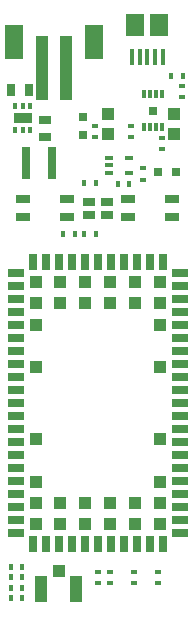
<source format=gtp>
G75*
%MOIN*%
%OFA0B0*%
%FSLAX25Y25*%
%IPPOS*%
%LPD*%
%AMOC8*
5,1,8,0,0,1.08239X$1,22.5*
%
%ADD10R,0.01575X0.05315*%
%ADD11R,0.05906X0.07480*%
%ADD12R,0.04921X0.02559*%
%ADD13R,0.01800X0.02400*%
%ADD14R,0.03937X0.04134*%
%ADD15R,0.04134X0.08661*%
%ADD16R,0.02400X0.01800*%
%ADD17R,0.02756X0.05512*%
%ADD18R,0.05512X0.02756*%
%ADD19R,0.03937X0.03937*%
%ADD20R,0.03937X0.03150*%
%ADD21R,0.06299X0.11811*%
%ADD22R,0.03937X0.21654*%
%ADD23R,0.03150X0.03150*%
%ADD24R,0.02800X0.04100*%
%ADD25R,0.04100X0.02800*%
%ADD26R,0.01181X0.03150*%
%ADD27R,0.02600X0.02600*%
%ADD28R,0.03937X0.04331*%
%ADD29R,0.06299X0.03543*%
%ADD30R,0.01181X0.02362*%
%ADD31R,0.03150X0.10630*%
%ADD32R,0.02756X0.01575*%
D10*
X0089045Y0189655D03*
X0091604Y0189655D03*
X0094163Y0189655D03*
X0096723Y0189655D03*
X0099282Y0189655D03*
D11*
X0098100Y0200186D03*
X0090226Y0200147D03*
D12*
X0087782Y0142238D03*
X0087782Y0136135D03*
X0102545Y0136135D03*
X0102545Y0142238D03*
X0067545Y0142238D03*
X0067545Y0136135D03*
X0052782Y0136135D03*
X0052782Y0142238D03*
D13*
X0048763Y0009186D03*
X0048763Y0012686D03*
X0052563Y0012686D03*
X0052563Y0009186D03*
X0052563Y0016186D03*
X0048763Y0016186D03*
X0048763Y0019686D03*
X0052563Y0019686D03*
X0066263Y0130686D03*
X0070063Y0130686D03*
X0073263Y0130686D03*
X0077063Y0130686D03*
X0077063Y0147686D03*
X0073263Y0147686D03*
X0084363Y0147386D03*
X0088163Y0147386D03*
X0102163Y0183186D03*
X0105963Y0183186D03*
D14*
X0064663Y0018200D03*
D15*
X0058856Y0012186D03*
X0070471Y0012186D03*
D16*
X0077663Y0014286D03*
X0081663Y0014286D03*
X0089663Y0014286D03*
X0089663Y0018086D03*
X0081663Y0018086D03*
X0077663Y0018086D03*
X0097663Y0018086D03*
X0097663Y0014286D03*
X0092663Y0148686D03*
X0092663Y0152486D03*
X0099163Y0158786D03*
X0099163Y0162586D03*
X0088663Y0162786D03*
X0088663Y0166586D03*
X0076663Y0166586D03*
X0076663Y0162786D03*
X0105663Y0176186D03*
X0105663Y0179986D03*
D17*
X0099317Y0121234D03*
X0094986Y0121234D03*
X0090656Y0121234D03*
X0086325Y0121234D03*
X0081994Y0121234D03*
X0077663Y0121234D03*
X0073333Y0121234D03*
X0069002Y0121234D03*
X0064671Y0121234D03*
X0060341Y0121234D03*
X0056010Y0121234D03*
X0056010Y0027139D03*
X0060341Y0027139D03*
X0064671Y0027139D03*
X0069002Y0027139D03*
X0073333Y0027139D03*
X0077663Y0027139D03*
X0081994Y0027139D03*
X0086325Y0027139D03*
X0090656Y0027139D03*
X0094986Y0027139D03*
X0099317Y0027139D03*
D18*
X0105026Y0030879D03*
X0105026Y0035210D03*
X0105026Y0039541D03*
X0105026Y0043871D03*
X0105026Y0048202D03*
X0105026Y0052533D03*
X0105026Y0056863D03*
X0105026Y0061194D03*
X0105026Y0065525D03*
X0105026Y0069856D03*
X0105026Y0074186D03*
X0105026Y0078517D03*
X0105026Y0082848D03*
X0105026Y0087178D03*
X0105026Y0091509D03*
X0105026Y0095840D03*
X0105026Y0100171D03*
X0105026Y0104501D03*
X0105026Y0108832D03*
X0105026Y0113163D03*
X0105026Y0117493D03*
X0050301Y0117493D03*
X0050301Y0113163D03*
X0050301Y0108832D03*
X0050301Y0104501D03*
X0050301Y0100171D03*
X0050301Y0095840D03*
X0050301Y0091509D03*
X0050301Y0087178D03*
X0050301Y0082848D03*
X0050301Y0078517D03*
X0050301Y0074186D03*
X0050301Y0069856D03*
X0050301Y0065525D03*
X0050301Y0061194D03*
X0050301Y0056863D03*
X0050301Y0052533D03*
X0050301Y0048202D03*
X0050301Y0043871D03*
X0050301Y0039541D03*
X0050301Y0035210D03*
X0050301Y0030879D03*
D19*
X0056994Y0033832D03*
X0065262Y0033832D03*
X0073530Y0033832D03*
X0081797Y0033832D03*
X0090065Y0033832D03*
X0098333Y0033832D03*
X0098333Y0040919D03*
X0090065Y0040919D03*
X0081797Y0040919D03*
X0073530Y0040919D03*
X0065262Y0040919D03*
X0056994Y0040919D03*
X0056994Y0048005D03*
X0056994Y0062178D03*
X0098333Y0062178D03*
X0098333Y0048005D03*
X0098333Y0086194D03*
X0098333Y0100367D03*
X0098333Y0107454D03*
X0090065Y0107454D03*
X0081797Y0107454D03*
X0073530Y0107454D03*
X0065262Y0107454D03*
X0056994Y0107454D03*
X0056994Y0100367D03*
X0056994Y0086194D03*
X0056994Y0114541D03*
X0065262Y0114541D03*
X0073530Y0114541D03*
X0081797Y0114541D03*
X0090065Y0114541D03*
X0098333Y0114541D03*
D20*
X0080616Y0137021D03*
X0074711Y0137021D03*
X0074711Y0141352D03*
X0080616Y0141352D03*
D21*
X0076549Y0194749D03*
X0049778Y0194749D03*
D22*
X0059226Y0185812D03*
X0067100Y0185812D03*
D23*
X0072663Y0169639D03*
X0072663Y0163734D03*
X0097711Y0151186D03*
X0103616Y0151186D03*
D24*
X0054604Y0178711D03*
X0048704Y0178711D03*
D25*
X0060145Y0168716D03*
X0060145Y0162816D03*
D26*
X0093211Y0166175D03*
X0095179Y0166175D03*
X0097148Y0166175D03*
X0099116Y0166175D03*
X0099116Y0177198D03*
X0097148Y0177198D03*
X0095179Y0177198D03*
X0093211Y0177198D03*
D27*
X0096163Y0171686D03*
D28*
X0103163Y0170533D03*
X0103163Y0163840D03*
X0081163Y0163840D03*
X0081163Y0170533D03*
D29*
X0052663Y0169186D03*
D30*
X0052663Y0165249D03*
X0050104Y0165249D03*
X0055223Y0165249D03*
X0055223Y0173123D03*
X0052663Y0173123D03*
X0050104Y0173123D03*
D31*
X0053824Y0154212D03*
X0062486Y0154212D03*
D32*
X0081417Y0153486D03*
X0081417Y0156045D03*
X0088110Y0156045D03*
X0088110Y0150927D03*
X0081417Y0150927D03*
M02*

</source>
